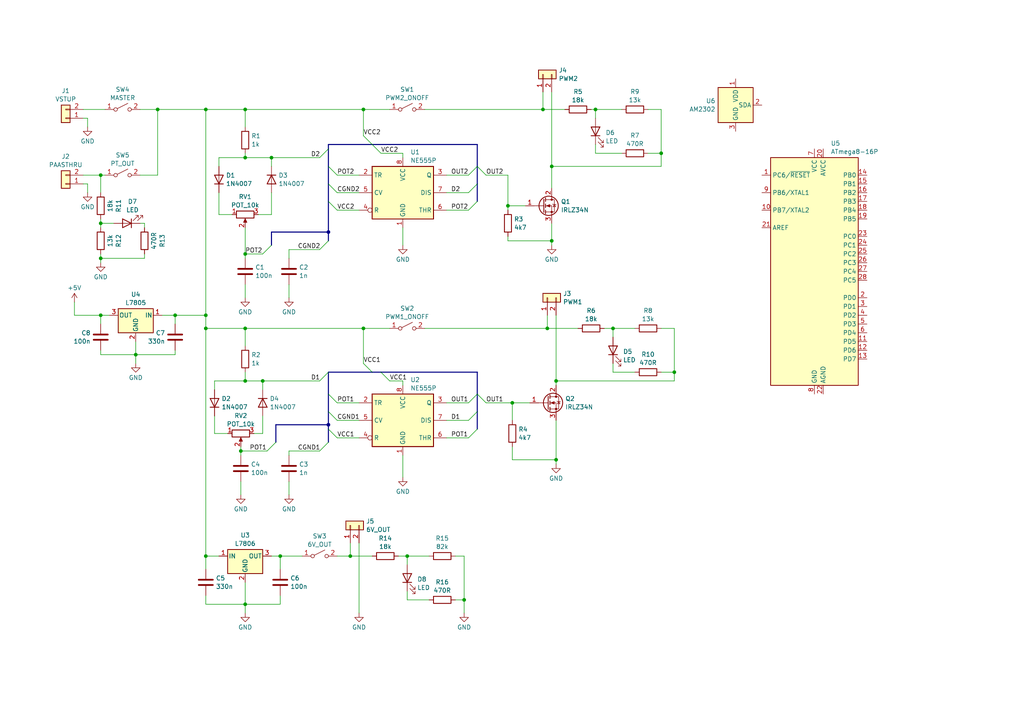
<source format=kicad_sch>
(kicad_sch (version 20230121) (generator eeschema)
  (paper "A4")
  (lib_symbols
    (symbol "Connector_Generic:Conn_01x02" (pin_names (offset 1.016) hide)
      (property "Reference" "J" (at 0 2.54 0))
      (property "Value" "Conn_01x02" (at 0 -5.08 0))
      (symbol "Conn_01x02_1_1"
        (rectangle (start -1.27 -2.413) (end 0 -2.667) (stroke (width 0.1524)))
        (rectangle (start -1.27 0.127) (end 0 -0.127) (stroke (width 0.1524)))
        (rectangle (start -1.27 1.27) (end 1.27 -3.81) (stroke (width 0.254)) (fill (type background)))
        (pin passive line (at -5.08 0 0) (length 3.81) (name "Pin_1") (number "1"))
        (pin passive line (at -5.08 -2.54 0) (length 3.81) (name "Pin_2") (number "2"))
      )
    )
    (symbol "Device:C" (pin_numbers hide) (pin_names (offset 0.254))
      (property "Reference" "C" (at 0.635 2.54 0))
      (property "Value" "C" (at 0.635 -2.54 0))
      (symbol "C_0_1"
        (polyline (pts (xy -2.032 -0.762) (xy 2.032 -0.762)) (stroke (width 0.508)))
        (polyline (pts (xy -2.032 0.762) (xy 2.032 0.762)) (stroke (width 0.508)))
      )
      (symbol "C_1_1"
        (pin passive line (at 0 3.81 270) (length 2.794) (name "~") (number "1"))
        (pin passive line (at 0 -3.81 90) (length 2.794) (name "~") (number "2"))
      )
    )
    (symbol "Device:LED" (pin_numbers hide) (pin_names (offset 1.016) hide)
      (property "Reference" "D" (at 0 2.54 0))
      (property "Value" "LED" (at 0 -2.54 0))
      (symbol "LED_0_1"
        (polyline (pts (xy -1.27 -1.27) (xy -1.27 1.27)) (stroke (width 0.254)))
        (polyline (pts (xy -1.27 0) (xy 1.27 0)))
        (polyline (pts (xy 1.27 -1.27) (xy 1.27 1.27) (xy -1.27 0) (xy 1.27 -1.27)) (stroke (width 0.254)))
        (polyline (pts (xy -3.048 -0.762) (xy -4.572 -2.286) (xy -3.81 -2.286) (xy -4.572 -2.286) (xy -4.572 -1.524)))
        (polyline (pts (xy -1.778 -0.762) (xy -3.302 -2.286) (xy -2.54 -2.286) (xy -3.302 -2.286) (xy -3.302 -1.524)))
      )
      (symbol "LED_1_1"
        (pin passive line (at -3.81 0 0) (length 2.54) (name "K") (number "1"))
        (pin passive line (at 3.81 0 180) (length 2.54) (name "A") (number "2"))
      )
    )
    (symbol "Device:R" (pin_numbers hide) (pin_names (offset 0))
      (property "Reference" "R" (at 2.032 0 90))
      (property "Value" "R" (at 0 0 90))
      (symbol "R_0_1"
        (rectangle (start -1.016 -2.54) (end 1.016 2.54) (stroke (width 0.254)))
      )
      (symbol "R_1_1"
        (pin passive line (at 0 3.81 270) (length 1.27) (name "~") (number "1"))
        (pin passive line (at 0 -3.81 90) (length 1.27) (name "~") (number "2"))
      )
    )
    (symbol "Device:R_Potentiometer" (pin_names (offset 1.016) hide)
      (property "Reference" "RV" (at -4.445 0 90))
      (property "Value" "R_Potentiometer" (at -2.54 0 90))
      (symbol "R_Potentiometer_0_1"
        (polyline (pts (xy 2.54 0) (xy 1.524 0)))
        (polyline (pts (xy 1.143 0) (xy 2.286 0.508) (xy 2.286 -0.508) (xy 1.143 0)) (fill (type outline)))
        (rectangle (start 1.016 2.54) (end -1.016 -2.54) (stroke (width 0.254)))
      )
      (symbol "R_Potentiometer_1_1"
        (pin passive line (at 0 3.81 270) (length 1.27) (name "1") (number "1"))
        (pin passive line (at 3.81 0 180) (length 1.27) (name "2") (number "2"))
        (pin passive line (at 0 -3.81 90) (length 1.27) (name "3") (number "3"))
      )
    )
    (symbol "Diode:1N4007" (pin_numbers hide) (pin_names hide)
      (property "Reference" "D" (at 0 2.54 0))
      (property "Value" "1N4007" (at 0 -2.54 0))
      (symbol "1N4007_0_1"
        (polyline (pts (xy -1.27 1.27) (xy -1.27 -1.27)) (stroke (width 0.254)))
        (polyline (pts (xy 1.27 0) (xy -1.27 0)))
        (polyline (pts (xy 1.27 1.27) (xy 1.27 -1.27) (xy -1.27 0) (xy 1.27 1.27)) (stroke (width 0.254)))
      )
      (symbol "1N4007_1_1"
        (pin passive line (at -3.81 0 0) (length 2.54) (name "K") (number "1"))
        (pin passive line (at 3.81 0 180) (length 2.54) (name "A") (number "2"))
      )
    )
    (symbol "MCU_Microchip_ATmega:ATmega8-16P"
      (property "Reference" "U" (at -12.7 34.29 0))
      (property "Value" "ATmega8-16P" (at 5.08 -34.29 0))
      (symbol "ATmega8-16P_0_1"
        (rectangle (start -12.7 -33.02) (end 12.7 33.02) (stroke (width 0.254)) (fill (type background)))
      )
      (symbol "ATmega8-16P_1_1"
        (pin bidirectional line (at -15.24 27.94 0) (length 2.54) (name "PC6/~{RESET}") (number "1"))
        (pin bidirectional line (at -15.24 17.78 0) (length 2.54) (name "PB7/XTAL2") (number "10"))
        (pin bidirectional line (at 15.24 -20.32 180) (length 2.54) (name "PD5") (number "11"))
        (pin bidirectional line (at 15.24 -22.86 180) (length 2.54) (name "PD6") (number "12"))
        (pin bidirectional line (at 15.24 -25.4 180) (length 2.54) (name "PD7") (number "13"))
        (pin bidirectional line (at 15.24 27.94 180) (length 2.54) (name "PB0") (number "14"))
        (pin bidirectional line (at 15.24 25.4 180) (length 2.54) (name "PB1") (number "15"))
        (pin bidirectional line (at 15.24 22.86 180) (length 2.54) (name "PB2") (number "16"))
        (pin bidirectional line (at 15.24 20.32 180) (length 2.54) (name "PB3") (number "17"))
        (pin bidirectional line (at 15.24 17.78 180) (length 2.54) (name "PB4") (number "18"))
        (pin bidirectional line (at 15.24 15.24 180) (length 2.54) (name "PB5") (number "19"))
        (pin bidirectional line (at 15.24 -7.62 180) (length 2.54) (name "PD0") (number "2"))
        (pin power_in line (at 2.54 35.56 270) (length 2.54) (name "AVCC") (number "20"))
        (pin passive line (at -15.24 12.7 0) (length 2.54) (name "AREF") (number "21"))
        (pin power_in line (at 2.54 -35.56 90) (length 2.54) (name "AGND") (number "22"))
        (pin bidirectional line (at 15.24 10.16 180) (length 2.54) (name "PC0") (number "23"))
        (pin bidirectional line (at 15.24 7.62 180) (length 2.54) (name "PC1") (number "24"))
        (pin bidirectional line (at 15.24 5.08 180) (length 2.54) (name "PC2") (number "25"))
        (pin bidirectional line (at 15.24 2.54 180) (length 2.54) (name "PC3") (number "26"))
        (pin bidirectional line (at 15.24 0 180) (length 2.54) (name "PC4") (number "27"))
        (pin bidirectional line (at 15.24 -2.54 180) (length 2.54) (name "PC5") (number "28"))
        (pin bidirectional line (at 15.24 -10.16 180) (length 2.54) (name "PD1") (number "3"))
        (pin bidirectional line (at 15.24 -12.7 180) (length 2.54) (name "PD2") (number "4"))
        (pin bidirectional line (at 15.24 -15.24 180) (length 2.54) (name "PD3") (number "5"))
        (pin bidirectional line (at 15.24 -17.78 180) (length 2.54) (name "PD4") (number "6"))
        (pin power_in line (at 0 35.56 270) (length 2.54) (name "VCC") (number "7"))
        (pin power_in line (at 0 -35.56 90) (length 2.54) (name "GND") (number "8"))
        (pin bidirectional line (at -15.24 22.86 0) (length 2.54) (name "PB6/XTAL1") (number "9"))
      )
    )
    (symbol "Regulator_Linear:L7805" (pin_names (offset 0.254))
      (property "Reference" "U" (at -3.81 3.175 0))
      (property "Value" "L7805" (at 0 3.175 0))
      (symbol "L7805_0_1"
        (rectangle (start -5.08 1.905) (end 5.08 -5.08) (stroke (width 0.254)) (fill (type background)))
      )
      (symbol "L7805_1_1"
        (pin power_in line (at -7.62 0 0) (length 2.54) (name "IN") (number "1"))
        (pin power_in line (at 0 -7.62 90) (length 2.54) (name "GND") (number "2"))
        (pin power_out line (at 7.62 0 180) (length 2.54) (name "OUT") (number "3"))
      )
    )
    (symbol "Regulator_Linear:L7806" (pin_names (offset 0.254))
      (property "Reference" "U" (at -3.81 3.175 0))
      (property "Value" "L7806" (at 0 3.175 0))
      (symbol "L7806_0_1"
        (rectangle (start -5.08 1.905) (end 5.08 -5.08) (stroke (width 0.254)) (fill (type background)))
      )
      (symbol "L7806_1_1"
        (pin power_in line (at -7.62 0 0) (length 2.54) (name "IN") (number "1"))
        (pin power_in line (at 0 -7.62 90) (length 2.54) (name "GND") (number "2"))
        (pin power_out line (at 7.62 0 180) (length 2.54) (name "OUT") (number "3"))
      )
    )
    (symbol "Sensor:AM2302"
      (property "Reference" "U" (at -3.81 6.35 0))
      (property "Value" "AM2302" (at 3.81 6.35 0))
      (symbol "AM2302_0_1"
        (rectangle (start -5.08 5.08) (end 5.08 -5.08) (stroke (width 0.254)) (fill (type background)))
      )
      (symbol "AM2302_1_1"
        (pin power_in line (at 0 7.62 270) (length 2.54) (name "VDD") (number "1"))
        (pin bidirectional line (at 7.62 0 180) (length 2.54) (name "SDA") (number "2"))
        (pin power_in line (at 0 -7.62 90) (length 2.54) (name "GND") (number "3"))
        (pin passive line (at 0 -7.62 90) (length 2.54) hide (name "GND") (number "4"))
      )
    )
    (symbol "Switch:SW_SPST" (pin_names (offset 0) hide)
      (property "Reference" "SW" (at 0 3.175 0))
      (property "Value" "SW_SPST" (at 0 -2.54 0))
      (symbol "SW_SPST_0_0"
        (circle (center -2.032 0) (radius 0.508))
        (polyline (pts (xy -1.524 0.254) (xy 1.524 1.778)))
        (circle (center 2.032 0) (radius 0.508))
      )
      (symbol "SW_SPST_1_1"
        (pin passive line (at -5.08 0 0) (length 2.54) (name "A") (number "1"))
        (pin passive line (at 5.08 0 180) (length 2.54) (name "B") (number "2"))
      )
    )
    (symbol "Timer:NE555P"
      (property "Reference" "U" (at -10.16 8.89 0))
      (property "Value" "NE555P" (at 2.54 8.89 0))
      (symbol "NE555P_0_0"
        (pin power_in line (at 0 -10.16 90) (length 2.54) (name "GND") (number "1"))
        (pin power_in line (at 0 10.16 270) (length 2.54) (name "VCC") (number "8"))
      )
      (symbol "NE555P_0_1"
        (rectangle (start -8.89 -7.62) (end 8.89 7.62) (stroke (width 0.254)) (fill (type background)))
        (rectangle (start -8.89 -7.62) (end 8.89 7.62) (stroke (width 0.254)) (fill (type background)))
      )
      (symbol "NE555P_1_1"
        (pin input line (at -12.7 5.08 0) (length 3.81) (name "TR") (number "2"))
        (pin output line (at 12.7 5.08 180) (length 3.81) (name "Q") (number "3"))
        (pin input inverted (at -12.7 -5.08 0) (length 3.81) (name "R") (number "4"))
        (pin input line (at -12.7 0 0) (length 3.81) (name "CV") (number "5"))
        (pin input line (at 12.7 -5.08 180) (length 3.81) (name "THR") (number "6"))
        (pin input line (at 12.7 0 180) (length 3.81) (name "DIS") (number "7"))
      )
    )
    (symbol "Transistor_FET:IRLZ34N" (pin_names hide)
      (property "Reference" "Q" (at 5.08 1.905 0))
      (property "Value" "IRLZ34N" (at 5.08 0 0))
      (symbol "IRLZ34N_0_1"
        (polyline (pts (xy 0.254 0) (xy -2.54 0)))
        (polyline (pts (xy 0.254 1.905) (xy 0.254 -1.905)) (stroke (width 0.254)))
        (polyline (pts (xy 0.762 -1.27) (xy 0.762 -2.286)) (stroke (width 0.254)))
        (polyline (pts (xy 0.762 0.508) (xy 0.762 -0.508)) (stroke (width 0.254)))
        (polyline (pts (xy 0.762 2.286) (xy 0.762 1.27)) (stroke (width 0.254)))
        (polyline (pts (xy 2.54 2.54) (xy 2.54 1.778)))
        (polyline (pts (xy 2.54 -2.54) (xy 2.54 0) (xy 0.762 0)))
        (polyline (pts (xy 0.762 -1.778) (xy 3.302 -1.778) (xy 3.302 1.778) (xy 0.762 1.778)))
        (polyline (pts (xy 1.016 0) (xy 2.032 0.381) (xy 2.032 -0.381) (xy 1.016 0)) (fill (type outline)))
        (polyline (pts (xy 2.794 0.508) (xy 2.921 0.381) (xy 3.683 0.381) (xy 3.81 0.254)))
        (polyline (pts (xy 3.302 0.381) (xy 2.921 -0.254) (xy 3.683 -0.254) (xy 3.302 0.381)))
        (circle (center 1.651 0) (radius 2.794) (stroke (width 0.254)))
        (circle (center 2.54 -1.778) (radius 0.254) (fill (type outline)))
        (circle (center 2.54 1.778) (radius 0.254) (fill (type outline)))
      )
      (symbol "IRLZ34N_1_1"
        (pin input line (at -5.08 0 0) (length 2.54) (name "G") (number "1"))
        (pin passive line (at 2.54 5.08 270) (length 2.54) (name "D") (number "2"))
        (pin passive line (at 2.54 -5.08 90) (length 2.54) (name "S") (number "3"))
      )
    )
    (symbol "power:+5V" (power) (pin_names (offset 0))
      (property "Value" "+5V" (at 0 3.556 0))
      (symbol "+5V_0_1"
        (polyline (pts (xy -0.762 1.27) (xy 0 2.54)))
        (polyline (pts (xy 0 0) (xy 0 2.54)))
        (polyline (pts (xy 0 2.54) (xy 0.762 1.27)))
      )
      (symbol "+5V_1_1"
        (pin power_in line (at 0 0 90) (length 0) hide (name "+5V") (number "1"))
      )
    )
    (symbol "power:GND" (power) (pin_names (offset 0))
      (property "Value" "GND" (at 0 -3.81 0))
      (symbol "GND_0_1"
        (polyline (pts (xy 0 0) (xy 0 -1.27) (xy 1.27 -1.27) (xy 0 -2.54) (xy -1.27 -1.27) (xy 0 -1.27)))
      )
      (symbol "GND_1_1"
        (pin power_in line (at 0 0 270) (length 0) hide (name "GND") (number "1"))
      )
    )
  )
  (junction (at 71.12 95.25))
  (junction (at 29.21 91.44))
  (junction (at 147.32 59.69))
  (junction (at 95.25 67.31))
  (junction (at 29.21 64.77))
  (junction (at 172.72 31.75))
  (junction (at 71.12 175.26))
  (junction (at 59.69 161.29))
  (junction (at 118.11 161.29))
  (junction (at 78.74 45.72))
  (junction (at 29.21 50.8))
  (junction (at 160.02 48.26))
  (junction (at 95.25 123.19))
  (junction (at 59.69 91.44))
  (junction (at 158.75 95.25))
  (junction (at 76.2 110.49))
  (junction (at 134.62 173.99))
  (junction (at 59.69 31.75))
  (junction (at 101.6 161.29))
  (junction (at 50.8 91.44))
  (junction (at 161.29 133.35))
  (junction (at 71.12 45.72))
  (junction (at 59.69 95.25))
  (junction (at 71.12 110.49))
  (junction (at 105.41 31.75))
  (junction (at 71.12 31.75))
  (junction (at 69.85 130.81))
  (junction (at 161.29 110.49))
  (junction (at 177.8 95.25))
  (junction (at 195.58 107.95))
  (junction (at 160.02 69.85))
  (junction (at 29.21 74.93))
  (junction (at 157.48 31.75))
  (junction (at 71.12 73.66))
  (junction (at 191.77 44.45))
  (junction (at 81.28 161.29))
  (junction (at 105.41 95.25))
  (junction (at 148.59 116.84))
  (junction (at 39.37 102.87))
  (junction (at 45.72 31.75))
  (bus_entry (at 135.89 50.8) (size 2.54 -2.54))
  (bus_entry (at 135.89 55.88) (size 2.54 -2.54))
  (bus_entry (at 92.71 110.49) (size 2.54 -2.54))
  (bus_entry (at 92.71 130.81) (size 2.54 -2.54))
  (bus_entry (at 95.25 48.26) (size 2.54 2.54))
  (bus_entry (at 76.2 73.66) (size 2.54 -2.54))
  (bus_entry (at 105.41 105.41) (size 2.54 2.54))
  (bus_entry (at 107.95 41.91) (size 2.54 2.54))
  (bus_entry (at 135.89 60.96) (size 2.54 -2.54))
  (bus_entry (at 95.25 114.3) (size 2.54 2.54))
  (bus_entry (at 95.25 124.46) (size 2.54 2.54))
  (bus_entry (at 92.71 72.39) (size 2.54 -2.54))
  (bus_entry (at 135.89 127) (size 2.54 -2.54))
  (bus_entry (at 110.49 107.95) (size 2.54 2.54))
  (bus_entry (at 95.25 119.38) (size 2.54 2.54))
  (bus_entry (at 138.43 114.3) (size 2.54 2.54))
  (bus_entry (at 135.89 116.84) (size 2.54 -2.54))
  (bus_entry (at 77.47 130.81) (size 2.54 -2.54))
  (bus_entry (at 92.71 45.72) (size 2.54 -2.54))
  (bus_entry (at 105.41 39.37) (size 2.54 2.54))
  (bus_entry (at 95.25 53.34) (size 2.54 2.54))
  (bus_entry (at 138.43 48.26) (size 2.54 2.54))
  (bus_entry (at 95.25 58.42) (size 2.54 2.54))
  (bus_entry (at 135.89 121.92) (size 2.54 -2.54))
  (wire (pts (xy 105.41 95.25) (xy 105.41 105.41)))
  (wire (pts (xy 24.13 53.34) (xy 25.4 53.34)))
  (wire (pts (xy 97.79 50.8) (xy 104.14 50.8)))
  (wire (pts (xy 69.85 129.54) (xy 69.85 130.81)))
  (wire (pts (xy 81.28 175.26) (xy 81.28 172.72)))
  (wire (pts (xy 83.82 72.39) (xy 83.82 74.93)))
  (wire (pts (xy 161.29 133.35) (xy 161.29 134.62)))
  (bus (pts (xy 95.25 53.34) (xy 95.25 48.26)))
  (wire (pts (xy 71.12 36.83) (xy 71.12 31.75)))
  (wire (pts (xy 177.8 107.95) (xy 177.8 105.41)))
  (wire (pts (xy 63.5 45.72) (xy 71.12 45.72)))
  (wire (pts (xy 29.21 50.8) (xy 30.48 50.8)))
  (wire (pts (xy 81.28 161.29) (xy 87.63 161.29)))
  (wire (pts (xy 177.8 95.25) (xy 177.8 97.79)))
  (wire (pts (xy 172.72 31.75) (xy 172.72 34.29)))
  (wire (pts (xy 172.72 31.75) (xy 180.34 31.75)))
  (bus (pts (xy 95.25 114.3) (xy 95.25 107.95)))
  (bus (pts (xy 138.43 107.95) (xy 138.43 114.3)))
  (wire (pts (xy 71.12 44.45) (xy 71.12 45.72)))
  (wire (pts (xy 76.2 125.73) (xy 76.2 120.65)))
  (wire (pts (xy 71.12 100.33) (xy 71.12 95.25)))
  (wire (pts (xy 71.12 66.04) (xy 71.12 73.66)))
  (bus (pts (xy 107.95 41.91) (xy 138.43 41.91)))
  (wire (pts (xy 160.02 69.85) (xy 160.02 71.12)))
  (wire (pts (xy 158.75 95.25) (xy 167.64 95.25)))
  (wire (pts (xy 160.02 69.85) (xy 160.02 64.77)))
  (wire (pts (xy 129.54 121.92) (xy 135.89 121.92)))
  (bus (pts (xy 95.25 58.42) (xy 95.25 67.31)))
  (bus (pts (xy 95.25 41.91) (xy 107.95 41.91)))
  (wire (pts (xy 148.59 116.84) (xy 153.67 116.84)))
  (wire (pts (xy 59.69 95.25) (xy 71.12 95.25)))
  (wire (pts (xy 157.48 31.75) (xy 163.83 31.75)))
  (wire (pts (xy 157.48 31.75) (xy 157.48 26.67)))
  (wire (pts (xy 92.71 72.39) (xy 83.82 72.39)))
  (wire (pts (xy 97.79 161.29) (xy 101.6 161.29)))
  (wire (pts (xy 40.64 50.8) (xy 45.72 50.8)))
  (wire (pts (xy 29.21 102.87) (xy 29.21 101.6)))
  (bus (pts (xy 80.01 123.19) (xy 80.01 128.27)))
  (wire (pts (xy 140.97 50.8) (xy 147.32 50.8)))
  (wire (pts (xy 63.5 48.26) (xy 63.5 45.72)))
  (wire (pts (xy 59.69 175.26) (xy 71.12 175.26)))
  (wire (pts (xy 134.62 173.99) (xy 134.62 177.8)))
  (wire (pts (xy 113.03 110.49) (xy 116.84 110.49)))
  (wire (pts (xy 124.46 173.99) (xy 118.11 173.99)))
  (wire (pts (xy 175.26 95.25) (xy 177.8 95.25)))
  (wire (pts (xy 29.21 64.77) (xy 29.21 66.04)))
  (wire (pts (xy 184.15 107.95) (xy 177.8 107.95)))
  (wire (pts (xy 59.69 161.29) (xy 59.69 165.1)))
  (wire (pts (xy 118.11 173.99) (xy 118.11 171.45)))
  (wire (pts (xy 62.23 125.73) (xy 66.04 125.73)))
  (wire (pts (xy 191.77 48.26) (xy 160.02 48.26)))
  (wire (pts (xy 147.32 59.69) (xy 152.4 59.69)))
  (wire (pts (xy 24.13 50.8) (xy 29.21 50.8)))
  (wire (pts (xy 140.97 116.84) (xy 148.59 116.84)))
  (wire (pts (xy 71.12 73.66) (xy 76.2 73.66)))
  (wire (pts (xy 78.74 161.29) (xy 81.28 161.29)))
  (wire (pts (xy 39.37 102.87) (xy 50.8 102.87)))
  (bus (pts (xy 138.43 119.38) (xy 138.43 124.46)))
  (wire (pts (xy 172.72 44.45) (xy 180.34 44.45)))
  (wire (pts (xy 76.2 110.49) (xy 76.2 113.03)))
  (wire (pts (xy 69.85 130.81) (xy 69.85 132.08)))
  (bus (pts (xy 138.43 48.26) (xy 138.43 53.34)))
  (wire (pts (xy 147.32 50.8) (xy 147.32 59.69)))
  (wire (pts (xy 81.28 161.29) (xy 81.28 165.1)))
  (wire (pts (xy 129.54 127) (xy 135.89 127)))
  (bus (pts (xy 95.25 48.26) (xy 95.25 43.18)))
  (wire (pts (xy 195.58 95.25) (xy 191.77 95.25)))
  (wire (pts (xy 101.6 161.29) (xy 101.6 157.48)))
  (wire (pts (xy 134.62 161.29) (xy 134.62 173.99)))
  (wire (pts (xy 97.79 116.84) (xy 104.14 116.84)))
  (wire (pts (xy 148.59 116.84) (xy 148.59 121.92)))
  (wire (pts (xy 74.93 62.23) (xy 78.74 62.23)))
  (wire (pts (xy 59.69 31.75) (xy 71.12 31.75)))
  (wire (pts (xy 71.12 107.95) (xy 71.12 110.49)))
  (bus (pts (xy 107.95 107.95) (xy 110.49 107.95)))
  (wire (pts (xy 116.84 132.08) (xy 116.84 138.43)))
  (wire (pts (xy 41.91 64.77) (xy 41.91 66.04)))
  (bus (pts (xy 95.25 43.18) (xy 95.25 41.91)))
  (wire (pts (xy 148.59 133.35) (xy 161.29 133.35)))
  (bus (pts (xy 95.25 119.38) (xy 95.25 114.3)))
  (wire (pts (xy 45.72 50.8) (xy 45.72 31.75)))
  (wire (pts (xy 29.21 91.44) (xy 29.21 93.98)))
  (bus (pts (xy 110.49 107.95) (xy 138.43 107.95)))
  (wire (pts (xy 71.12 175.26) (xy 71.12 177.8)))
  (wire (pts (xy 177.8 95.25) (xy 184.15 95.25)))
  (wire (pts (xy 115.57 161.29) (xy 118.11 161.29)))
  (wire (pts (xy 116.84 111.76) (xy 116.84 110.49)))
  (wire (pts (xy 158.75 95.25) (xy 158.75 91.44)))
  (bus (pts (xy 95.25 107.95) (xy 107.95 107.95)))
  (wire (pts (xy 29.21 73.66) (xy 29.21 74.93)))
  (wire (pts (xy 101.6 161.29) (xy 107.95 161.29)))
  (wire (pts (xy 83.82 139.7) (xy 83.82 143.51)))
  (wire (pts (xy 63.5 55.88) (xy 63.5 62.23)))
  (wire (pts (xy 191.77 44.45) (xy 191.77 48.26)))
  (wire (pts (xy 50.8 102.87) (xy 50.8 101.6)))
  (wire (pts (xy 29.21 50.8) (xy 29.21 55.88)))
  (wire (pts (xy 25.4 53.34) (xy 25.4 55.88)))
  (wire (pts (xy 147.32 68.58) (xy 147.32 69.85)))
  (wire (pts (xy 161.29 91.44) (xy 161.29 110.49)))
  (wire (pts (xy 71.12 168.91) (xy 71.12 175.26)))
  (bus (pts (xy 78.74 67.31) (xy 95.25 67.31)))
  (wire (pts (xy 116.84 44.45) (xy 116.84 45.72)))
  (wire (pts (xy 63.5 62.23) (xy 67.31 62.23)))
  (wire (pts (xy 59.69 91.44) (xy 59.69 95.25)))
  (wire (pts (xy 129.54 50.8) (xy 135.89 50.8)))
  (wire (pts (xy 105.41 31.75) (xy 113.03 31.75)))
  (wire (pts (xy 69.85 130.81) (xy 77.47 130.81)))
  (wire (pts (xy 148.59 129.54) (xy 148.59 133.35)))
  (wire (pts (xy 118.11 161.29) (xy 124.46 161.29)))
  (wire (pts (xy 160.02 26.67) (xy 160.02 48.26)))
  (wire (pts (xy 71.12 73.66) (xy 71.12 74.93)))
  (wire (pts (xy 59.69 95.25) (xy 59.69 161.29)))
  (bus (pts (xy 95.25 58.42) (xy 95.25 53.34)))
  (wire (pts (xy 78.74 45.72) (xy 92.71 45.72)))
  (wire (pts (xy 161.29 110.49) (xy 195.58 110.49)))
  (wire (pts (xy 78.74 62.23) (xy 78.74 55.88)))
  (wire (pts (xy 39.37 102.87) (xy 29.21 102.87)))
  (wire (pts (xy 62.23 120.65) (xy 62.23 125.73)))
  (wire (pts (xy 97.79 121.92) (xy 104.14 121.92)))
  (wire (pts (xy 161.29 121.92) (xy 161.29 133.35)))
  (wire (pts (xy 63.5 161.29) (xy 59.69 161.29)))
  (wire (pts (xy 39.37 99.06) (xy 39.37 102.87)))
  (wire (pts (xy 24.13 31.75) (xy 30.48 31.75)))
  (wire (pts (xy 191.77 31.75) (xy 191.77 44.45)))
  (wire (pts (xy 132.08 161.29) (xy 134.62 161.29)))
  (wire (pts (xy 24.13 34.29) (xy 25.4 34.29)))
  (bus (pts (xy 95.25 124.46) (xy 95.25 123.19)))
  (wire (pts (xy 195.58 110.49) (xy 195.58 107.95)))
  (bus (pts (xy 138.43 53.34) (xy 138.43 58.42)))
  (wire (pts (xy 83.82 130.81) (xy 92.71 130.81)))
  (wire (pts (xy 147.32 59.69) (xy 147.32 60.96)))
  (wire (pts (xy 105.41 95.25) (xy 113.03 95.25)))
  (wire (pts (xy 110.49 44.45) (xy 116.84 44.45)))
  (wire (pts (xy 59.69 31.75) (xy 59.69 91.44)))
  (wire (pts (xy 31.75 91.44) (xy 29.21 91.44)))
  (wire (pts (xy 129.54 55.88) (xy 135.89 55.88)))
  (wire (pts (xy 105.41 31.75) (xy 105.41 39.37)))
  (wire (pts (xy 71.12 31.75) (xy 105.41 31.75)))
  (wire (pts (xy 46.99 91.44) (xy 50.8 91.44)))
  (bus (pts (xy 138.43 41.91) (xy 138.43 48.26)))
  (bus (pts (xy 95.25 67.31) (xy 95.25 69.85)))
  (wire (pts (xy 161.29 110.49) (xy 161.29 111.76)))
  (wire (pts (xy 191.77 107.95) (xy 195.58 107.95)))
  (wire (pts (xy 21.59 91.44) (xy 21.59 87.63)))
  (wire (pts (xy 123.19 31.75) (xy 157.48 31.75)))
  (wire (pts (xy 45.72 31.75) (xy 59.69 31.75)))
  (wire (pts (xy 73.66 125.73) (xy 76.2 125.73)))
  (wire (pts (xy 71.12 110.49) (xy 76.2 110.49)))
  (wire (pts (xy 71.12 95.25) (xy 105.41 95.25)))
  (bus (pts (xy 78.74 71.12) (xy 78.74 67.31)))
  (wire (pts (xy 25.4 34.29) (xy 25.4 36.83)))
  (wire (pts (xy 45.72 31.75) (xy 40.64 31.75)))
  (wire (pts (xy 83.82 82.55) (xy 83.82 86.36)))
  (wire (pts (xy 116.84 66.04) (xy 116.84 71.12)))
  (wire (pts (xy 62.23 113.03) (xy 62.23 110.49)))
  (bus (pts (xy 95.25 124.46) (xy 95.25 128.27)))
  (wire (pts (xy 187.96 31.75) (xy 191.77 31.75)))
  (wire (pts (xy 50.8 91.44) (xy 50.8 93.98)))
  (wire (pts (xy 118.11 161.29) (xy 118.11 163.83)))
  (wire (pts (xy 83.82 132.08) (xy 83.82 130.81)))
  (wire (pts (xy 104.14 157.48) (xy 104.14 177.8)))
  (wire (pts (xy 29.21 64.77) (xy 33.02 64.77)))
  (wire (pts (xy 71.12 175.26) (xy 81.28 175.26)))
  (wire (pts (xy 41.91 74.93) (xy 29.21 74.93)))
  (wire (pts (xy 172.72 41.91) (xy 172.72 44.45)))
  (wire (pts (xy 39.37 102.87) (xy 39.37 105.41)))
  (wire (pts (xy 191.77 44.45) (xy 187.96 44.45)))
  (wire (pts (xy 59.69 172.72) (xy 59.69 175.26)))
  (bus (pts (xy 95.25 123.19) (xy 95.25 119.38)))
  (wire (pts (xy 97.79 127) (xy 104.14 127)))
  (wire (pts (xy 97.79 55.88) (xy 104.14 55.88)))
  (wire (pts (xy 147.32 69.85) (xy 160.02 69.85)))
  (wire (pts (xy 160.02 48.26) (xy 160.02 54.61)))
  (wire (pts (xy 29.21 91.44) (xy 21.59 91.44)))
  (wire (pts (xy 129.54 116.84) (xy 135.89 116.84)))
  (wire (pts (xy 195.58 107.95) (xy 195.58 95.25)))
  (wire (pts (xy 171.45 31.75) (xy 172.72 31.75)))
  (bus (pts (xy 138.43 114.3) (xy 138.43 119.38)))
  (wire (pts (xy 69.85 139.7) (xy 69.85 143.51)))
  (wire (pts (xy 29.21 63.5) (xy 29.21 64.77)))
  (wire (pts (xy 41.91 73.66) (xy 41.91 74.93)))
  (wire (pts (xy 78.74 45.72) (xy 78.74 48.26)))
  (wire (pts (xy 129.54 60.96) (xy 135.89 60.96)))
  (wire (pts (xy 50.8 91.44) (xy 59.69 91.44)))
  (wire (pts (xy 97.79 60.96) (xy 104.14 60.96)))
  (wire (pts (xy 132.08 173.99) (xy 134.62 173.99)))
  (bus (pts (xy 95.25 123.19) (xy 80.01 123.19)))
  (wire (pts (xy 62.23 110.49) (xy 71.12 110.49)))
  (wire (pts (xy 76.2 110.49) (xy 92.71 110.49)))
  (wire (pts (xy 123.19 95.25) (xy 158.75 95.25)))
  (wire (pts (xy 40.64 64.77) (xy 41.91 64.77)))
  (wire (pts (xy 29.21 74.93) (xy 29.21 76.2)))
  (wire (pts (xy 71.12 45.72) (xy 78.74 45.72)))
  (wire (pts (xy 71.12 82.55) (xy 71.12 86.36)))
  (label "CGND1" (at 86.36 130.81 0))
  (label "POT2" (at 130.81 60.96 0))
  (label "VCC2" (at 110.49 44.45 0))
  (label "VCC1" (at 113.03 110.49 0))
  (label "POT1" (at 130.81 127 0))
  (label "OUT2" (at 140.97 50.8 0))
  (label "VCC2" (at 97.79 60.96 0))
  (label "VCC1" (at 105.41 105.41 0))
  (label "OUT1" (at 130.81 116.84 0))
  (label "OUT2" (at 130.81 50.8 0))
  (label "D2" (at 130.81 55.88 0))
  (label "D1" (at 130.81 121.92 0))
  (label "VCC1" (at 97.79 127 0))
  (label "POT1" (at 97.79 116.84 0))
  (label "CGND2" (at 97.79 55.88 0))
  (label "D2" (at 90.17 45.72 0))
  (label "POT2" (at 71.12 73.66 0))
  (label "D1" (at 90.17 110.49 0))
  (label "CGND2" (at 86.36 72.39 0))
  (label "CGND1" (at 97.79 121.92 0))
  (label "POT2" (at 97.79 50.8 0))
  (label "OUT1" (at 140.97 116.84 0))
  (label "POT1" (at 72.39 130.81 0))
  (label "VCC2" (at 105.41 39.37 0))
  (symbol (lib_id "Device:R") (at 71.12 104.14 0) (unit 1)
    (property "Reference" "R2" (at 72.898 102.9279 0) (effects (justify left)))
    (property "Value" "1k" (at 72.898 105.3521 0) (effects (justify left)))
    (property "Footprint" "Resistor_THT:R_Axial_DIN0309_L9.0mm_D3.2mm_P12.70mm_Horizontal" (effects hide))
  )
  (symbol (lib_id "Device:C") (at 69.85 135.89 0) (unit 1)
    (property "Reference" "C4" (at 72.771 134.6779 0) (effects (justify left)))
    (property "Value" "100n" (at 72.771 137.1021 0) (effects (justify left)))
    (property "Footprint" "Capacitor_THT:C_Disc_D5.0mm_W2.5mm_P2.50mm" (effects hide))
  )
  (symbol (lib_id "Connector_Generic:Conn_01x02") (at 19.05 53.34 180) (unit 1)
    (property "Reference" "J2" (at 19.05 45.3857 0))
    (property "Value" "PAASTHRU" (at 19.05 47.8099 0))
    (property "Footprint" "Connector_PinHeader_2.54mm:PinHeader_1x02_P2.54mm_Vertical" (effects hide))
  )
  (symbol (lib_id "Device:R") (at 184.15 44.45 90) (unit 1)
    (property "Reference" "R7" (at 184.15 39.2897 90))
    (property "Value" "470R" (at 184.15 41.7139 90))
    (property "Footprint" "Resistor_THT:R_Axial_DIN0309_L9.0mm_D3.2mm_P12.70mm_Horizontal" (effects hide))
  )
  (symbol (lib_id "Diode:1N4007") (at 76.2 116.84 270) (unit 1)
    (property "Reference" "D4" (at 78.232 115.6279 90) (effects (justify left)))
    (property "Value" "1N4007" (at 78.232 118.0521 90) (effects (justify left)))
    (property "Footprint" "Diode_THT:D_DO-41_SOD81_P10.16mm_Horizontal" (effects hide))
    (property "Datasheet" "http://www.vishay.com/docs/88503/1n4001.pdf" (effects hide))
    (property "Sim.Device" "D" (effects hide))
    (property "Sim.Pins" "1=K 2=A" (effects hide))
  )
  (symbol (lib_id "Connector_Generic:Conn_01x02") (at 101.6 152.4 90) (unit 1)
    (property "Reference" "J5" (at 106.172 151.1879 90) (effects (justify right)))
    (property "Value" "6V_OUT" (at 106.172 153.6121 90) (effects (justify right)))
    (property "Footprint" "Connector_PinHeader_2.54mm:PinHeader_1x02_P2.54mm_Vertical" (effects hide))
  )
  (symbol (lib_id "Device:R_Potentiometer") (at 71.12 62.23 90) (mirror x) (unit 1)
    (property "Reference" "RV1" (at 71.12 57.0697 90))
    (property "Value" "POT_10k" (at 71.12 59.4939 90))
    (property "Footprint" "Connector_PinHeader_2.54mm:PinHeader_1x03_P2.54mm_Vertical" (effects hide))
  )
  (symbol (lib_id "power:GND") (at 69.85 143.51 0) (unit 1)
    (property "Reference" "#PWR04" (effects hide))
    (property "Value" "GND" (at 69.85 147.6431 0))
  )
  (symbol (lib_id "power:+5V") (at 21.59 87.63 0) (unit 1)
    (property "Reference" "#PWR016" (effects hide))
    (property "Value" "+5V" (at 21.59 83.4969 0))
  )
  (symbol (lib_id "Connector_Generic:Conn_01x02") (at 19.05 34.29 180) (unit 1)
    (property "Reference" "J1" (at 19.05 26.3357 0))
    (property "Value" "VSTUP" (at 19.05 28.7599 0))
    (property "Footprint" "Connector_PinHeader_2.54mm:PinHeader_1x02_P2.54mm_Vertical" (effects hide))
  )
  (symbol (lib_id "Device:C") (at 29.21 97.79 0) (mirror y) (unit 1)
    (property "Reference" "C8" (at 26.289 96.5779 0) (effects (justify left)))
    (property "Value" "100n" (at 26.289 99.0021 0) (effects (justify left)))
    (property "Footprint" "Capacitor_THT:C_Disc_D5.0mm_W2.5mm_P2.50mm" (effects hide))
  )
  (symbol (lib_id "Timer:NE555P") (at 116.84 55.88 0) (unit 1)
    (property "Reference" "U1" (at 119.0341 44.1157 0) (effects (justify left)))
    (property "Value" "NE555P" (at 119.0341 46.5399 0) (effects (justify left)))
    (property "Footprint" "Package_DIP:DIP-8_W7.62mm" (effects hide))
    (property "Datasheet" "http://www.ti.com/lit/ds/symlink/ne555.pdf" (effects hide))
  )
  (symbol (lib_id "power:GND") (at 160.02 71.12 0) (unit 1)
    (property "Reference" "#PWR09" (effects hide))
    (property "Value" "GND" (at 160.02 75.2531 0))
  )
  (symbol (lib_id "Device:R_Potentiometer") (at 69.85 125.73 90) (mirror x) (unit 1)
    (property "Reference" "RV2" (at 69.85 120.5697 90))
    (property "Value" "POT_10k" (at 69.85 122.9939 90))
    (property "Footprint" "Connector_PinHeader_2.54mm:PinHeader_1x03_P2.54mm_Vertical" (effects hide))
  )
  (symbol (lib_id "Device:R") (at 184.15 31.75 90) (unit 1)
    (property "Reference" "R9" (at 184.15 26.5897 90))
    (property "Value" "13k" (at 184.15 29.0139 90))
    (property "Footprint" "Resistor_THT:R_Axial_DIN0309_L9.0mm_D3.2mm_P12.70mm_Horizontal" (effects hide))
  )
  (symbol (lib_id "power:GND") (at 39.37 105.41 0) (mirror y) (unit 1)
    (property "Reference" "#PWR015" (effects hide))
    (property "Value" "GND" (at 39.37 109.5431 0))
  )
  (symbol (lib_id "Device:R") (at 171.45 95.25 90) (unit 1)
    (property "Reference" "R6" (at 171.45 90.0897 90))
    (property "Value" "18k" (at 171.45 92.5139 90))
    (property "Footprint" "Resistor_THT:R_Axial_DIN0309_L9.0mm_D3.2mm_P12.70mm_Horizontal" (effects hide))
  )
  (symbol (lib_id "Switch:SW_SPST") (at 92.71 161.29 0) (unit 1)
    (property "Reference" "SW3" (at 92.71 155.4947 0))
    (property "Value" "6V_OUT" (at 92.71 157.9189 0))
    (property "Footprint" "Connector_PinHeader_2.54mm:PinHeader_1x02_P2.54mm_Vertical" (effects hide))
  )
  (symbol (lib_id "Regulator_Linear:L7806") (at 71.12 161.29 0) (unit 1)
    (property "Reference" "U3" (at 71.12 155.2407 0))
    (property "Value" "L7806" (at 71.12 157.6649 0))
    (property "Footprint" "Package_TO_SOT_THT:TO-220-3_Vertical" (effects hide))
    (property "Datasheet" "http://www.st.com/content/ccc/resource/technical/document/datasheet/41/4f/b3/b0/12/d4/47/88/CD00000444.pdf/files/CD00000444.pdf/jcr:content/translations/en.CD00000444.pdf" (effects hide))
  )
  (symbol (lib_id "Device:R") (at 128.27 173.99 270) (unit 1)
    (property "Reference" "R16" (at 128.27 168.8297 90))
    (property "Value" "470R" (at 128.27 171.2539 90))
    (property "Footprint" "Resistor_THT:R_Axial_DIN0309_L9.0mm_D3.2mm_P12.70mm_Horizontal" (effects hide))
  )
  (symbol (lib_id "Device:LED") (at 177.8 101.6 90) (unit 1)
    (property "Reference" "D5" (at 180.721 101.9754 90) (effects (justify right)))
    (property "Value" "LED" (at 180.721 104.3996 90) (effects (justify right)))
    (property "Footprint" "Connector_PinHeader_2.54mm:PinHeader_1x02_P2.54mm_Vertical" (effects hide))
  )
  (symbol (lib_id "Device:R") (at 147.32 64.77 0) (unit 1)
    (property "Reference" "R3" (at 149.098 63.5579 0) (effects (justify left)))
    (property "Value" "4k7" (at 149.098 65.9821 0) (effects (justify left)))
    (property "Footprint" "Resistor_THT:R_Axial_DIN0309_L9.0mm_D3.2mm_P12.70mm_Horizontal" (effects hide))
  )
  (symbol (lib_id "MCU_Microchip_ATmega:ATmega8-16P") (at 236.22 78.74 0) (unit 1)
    (property "Reference" "U5" (at 240.9541 41.5757 0) (effects (justify left)))
    (property "Value" "ATmega8-16P" (at 240.9541 43.9999 0) (effects (justify left)))
    (property "Footprint" "Package_DIP:DIP-28_W7.62mm" (effects hide))
    (property "Datasheet" "http://ww1.microchip.com/downloads/en/DeviceDoc/atmel-2486-8-bit-avr-microcontroller-atmega8_l_datasheet.pdf" (effects hide))
  )
  (symbol (lib_id "power:GND") (at 71.12 86.36 0) (unit 1)
    (property "Reference" "#PWR03" (effects hide))
    (property "Value" "GND" (at 71.12 90.4931 0))
  )
  (symbol (lib_id "Device:R") (at 41.91 69.85 0) (unit 1)
    (property "Reference" "R13" (at 47.0703 69.85 90))
    (property "Value" "470R" (at 44.6461 69.85 90))
    (property "Footprint" "Resistor_THT:R_Axial_DIN0309_L9.0mm_D3.2mm_P12.70mm_Horizontal" (effects hide))
  )
  (symbol (lib_id "Timer:NE555P") (at 116.84 121.92 0) (unit 1)
    (property "Reference" "U2" (at 119.0341 110.1557 0) (effects (justify left)))
    (property "Value" "NE555P" (at 119.0341 112.5799 0) (effects (justify left)))
    (property "Footprint" "Package_DIP:DIP-8_W7.62mm" (effects hide))
    (property "Datasheet" "http://www.ti.com/lit/ds/symlink/ne555.pdf" (effects hide))
  )
  (symbol (lib_id "Device:C") (at 50.8 97.79 0) (mirror y) (unit 1)
    (property "Reference" "C7" (at 47.879 96.5779 0) (effects (justify left)))
    (property "Value" "330n" (at 47.879 99.0021 0) (effects (justify left)))
    (property "Footprint" "Capacitor_THT:C_Disc_D5.0mm_W2.5mm_P2.50mm" (effects hide))
  )
  (symbol (lib_id "Device:R") (at 128.27 161.29 90) (unit 1)
    (property "Reference" "R15" (at 128.27 156.1297 90))
    (property "Value" "82k" (at 128.27 158.5539 90))
    (property "Footprint" "Resistor_THT:R_Axial_DIN0309_L9.0mm_D3.2mm_P12.70mm_Horizontal" (effects hide))
  )
  (symbol (lib_id "Transistor_FET:IRLZ34N") (at 157.48 59.69 0) (unit 1)
    (property "Reference" "Q1" (at 162.687 58.4779 0) (effects (justify left)))
    (property "Value" "IRLZ34N" (at 162.687 60.9021 0) (effects (justify left)))
    (property "Footprint" "Package_TO_SOT_THT:TO-220-3_Vertical" (effects hide))
    (property "Datasheet" "http://www.infineon.com/dgdl/irlz34npbf.pdf?fileId=5546d462533600a40153567206892720" (effects hide))
  )
  (symbol (lib_id "Switch:SW_SPST") (at 35.56 31.75 0) (unit 1)
    (property "Reference" "SW4" (at 35.56 25.9547 0))
    (property "Value" "MASTER" (at 35.56 28.3789 0))
    (property "Footprint" "Connector_PinHeader_2.54mm:PinHeader_1x02_P2.54mm_Vertical" (effects hide))
  )
  (symbol (lib_id "power:GND") (at 25.4 55.88 0) (unit 1)
    (property "Reference" "#PWR02" (effects hide))
    (property "Value" "GND" (at 25.4 60.0131 0))
  )
  (symbol (lib_id "Diode:1N4007") (at 78.74 52.07 270) (unit 1)
    (property "Reference" "D3" (at 80.772 50.8579 90) (effects (justify left)))
    (property "Value" "1N4007" (at 80.772 53.2821 90) (effects (justify left)))
    (property "Footprint" "Diode_THT:D_DO-41_SOD81_P10.16mm_Horizontal" (effects hide))
    (property "Datasheet" "http://www.vishay.com/docs/88503/1n4001.pdf" (effects hide))
    (property "Sim.Device" "D" (effects hide))
    (property "Sim.Pins" "1=K 2=A" (effects hide))
  )
  (symbol (lib_id "Device:R") (at 111.76 161.29 90) (unit 1)
    (property "Reference" "R14" (at 111.76 156.1297 90))
    (property "Value" "18k" (at 111.76 158.5539 90))
    (property "Footprint" "Resistor_THT:R_Axial_DIN0309_L9.0mm_D3.2mm_P12.70mm_Horizontal" (effects hide))
  )
  (symbol (lib_id "Connector_Generic:Conn_01x02") (at 158.75 86.36 90) (unit 1)
    (property "Reference" "J3" (at 163.322 85.1479 90) (effects (justify right)))
    (property "Value" "PWM1" (at 163.322 87.5721 90) (effects (justify right)))
    (property "Footprint" "Connector_PinHeader_2.54mm:PinHeader_1x02_P2.54mm_Vertical" (effects hide))
  )
  (symbol (lib_id "power:GND") (at 116.84 138.43 0) (unit 1)
    (property "Reference" "#PWR06" (effects hide))
    (property "Value" "GND" (at 116.84 142.5631 0))
  )
  (symbol (lib_id "Device:LED") (at 36.83 64.77 180) (unit 1)
    (property "Reference" "D7" (at 38.4175 58.4667 0))
    (property "Value" "LED" (at 38.4175 60.8909 0))
    (property "Footprint" "Connector_PinHeader_2.54mm:PinHeader_1x02_P2.54mm_Vertical" (effects hide))
  )
  (symbol (lib_id "Device:LED") (at 172.72 38.1 90) (unit 1)
    (property "Reference" "D6" (at 175.641 38.4754 90) (effects (justify right)))
    (property "Value" "LED" (at 175.641 40.8996 90) (effects (justify right)))
    (property "Footprint" "Connector_PinHeader_2.54mm:PinHeader_1x02_P2.54mm_Vertical" (effects hide))
  )
  (symbol (lib_id "power:GND") (at 116.84 71.12 0) (unit 1)
    (property "Reference" "#PWR05" (effects hide))
    (property "Value" "GND" (at 116.84 75.2531 0))
  )
  (symbol (lib_id "Device:C") (at 81.28 168.91 0) (unit 1)
    (property "Reference" "C6" (at 84.201 167.6979 0) (effects (justify left)))
    (property "Value" "100n" (at 84.201 170.1221 0) (effects (justify left)))
    (property "Footprint" "Capacitor_THT:C_Disc_D5.0mm_W2.5mm_P2.50mm" (effects hide))
  )
  (symbol (lib_id "Device:LED") (at 118.11 167.64 90) (unit 1)
    (property "Reference" "D8" (at 121.031 168.0154 90) (effects (justify right)))
    (property "Value" "LED" (at 121.031 170.4396 90) (effects (justify right)))
    (property "Footprint" "Connector_PinHeader_2.54mm:PinHeader_1x02_P2.54mm_Vertical" (effects hide))
  )
  (symbol (lib_id "power:GND") (at 83.82 86.36 0) (unit 1)
    (property "Reference" "#PWR07" (effects hide))
    (property "Value" "GND" (at 83.82 90.4931 0))
  )
  (symbol (lib_id "Device:C") (at 83.82 78.74 0) (unit 1)
    (property "Reference" "C2" (at 86.741 77.5279 0) (effects (justify left)))
    (property "Value" "1n" (at 86.741 79.9521 0) (effects (justify left)))
    (property "Footprint" "Capacitor_THT:C_Disc_D5.0mm_W2.5mm_P2.50mm" (effects hide))
  )
  (symbol (lib_id "power:GND") (at 104.14 177.8 0) (unit 1)
    (property "Reference" "#PWR011" (effects hide))
    (property "Value" "GND" (at 104.14 181.9331 0))
  )
  (symbol (lib_id "Device:C") (at 71.12 78.74 0) (unit 1)
    (property "Reference" "C1" (at 74.041 77.5279 0) (effects (justify left)))
    (property "Value" "100n" (at 74.041 79.9521 0) (effects (justify left)))
    (property "Footprint" "Capacitor_THT:C_Disc_D5.0mm_W2.5mm_P2.50mm" (effects hide))
  )
  (symbol (lib_id "power:GND") (at 29.21 76.2 0) (unit 1)
    (property "Reference" "#PWR013" (effects hide))
    (property "Value" "GND" (at 29.21 80.3331 0))
  )
  (symbol (lib_id "power:GND") (at 83.82 143.51 0) (unit 1)
    (property "Reference" "#PWR08" (effects hide))
    (property "Value" "GND" (at 83.82 147.6431 0))
  )
  (symbol (lib_id "Sensor:AM2302") (at 213.36 30.48 0) (unit 1)
    (property "Reference" "U6" (at 207.518 29.2679 0) (effects (justify right)))
    (property "Value" "AM2302" (at 207.518 31.6921 0) (effects (justify right)))
    (property "Footprint" "Sensor:ASAIR_AM2302_P2.54mm_Vertical" (effects hide))
    (property "Datasheet" "http://akizukidenshi.com/download/ds/aosong/AM2302.pdf" (effects hide))
  )
  (symbol (lib_id "Device:R") (at 187.96 107.95 90) (unit 1)
    (property "Reference" "R10" (at 187.96 102.7897 90))
    (property "Value" "470R" (at 187.96 105.2139 90))
    (property "Footprint" "Resistor_THT:R_Axial_DIN0309_L9.0mm_D3.2mm_P12.70mm_Horizontal" (effects hide))
  )
  (symbol (lib_id "Diode:1N4007") (at 63.5 52.07 90) (unit 1)
    (property "Reference" "D1" (at 65.532 50.8579 90) (effects (justify right)))
    (property "Value" "1N4007" (at 65.532 53.2821 90) (effects (justify right)))
    (property "Footprint" "Diode_THT:D_DO-41_SOD81_P10.16mm_Horizontal" (effects hide))
    (property "Datasheet" "http://www.vishay.com/docs/88503/1n4001.pdf" (effects hide))
    (property "Sim.Device" "D" (effects hide))
    (property "Sim.Pins" "1=K 2=A" (effects hide))
  )
  (symbol (lib_id "Device:R") (at 148.59 125.73 0) (unit 1)
    (property "Reference" "R4" (at 150.368 124.5179 0) (effects (justify left)))
    (property "Value" "4k7" (at 150.368 126.9421 0) (effects (justify left)))
    (property "Footprint" "Resistor_THT:R_Axial_DIN0309_L9.0mm_D3.2mm_P12.70mm_Horizontal" (effects hide))
  )
  (symbol (lib_id "power:GND") (at 161.29 134.62 0) (unit 1)
    (property "Reference" "#PWR010" (effects hide))
    (property "Value" "GND" (at 161.29 138.7531 0))
  )
  (symbol (lib_id "Device:C") (at 59.69 168.91 0) (unit 1)
    (property "Reference" "C5" (at 62.611 167.6979 0) (effects (justify left)))
    (property "Value" "330n" (at 62.611 170.1221 0) (effects (justify left)))
    (property "Footprint" "Capacitor_THT:C_Disc_D5.0mm_W2.5mm_P2.50mm" (effects hide))
  )
  (symbol (lib_id "power:GND") (at 71.12 177.8 0) (unit 1)
    (property "Reference" "#PWR012" (effects hide))
    (property "Value" "GND" (at 71.12 181.9331 0))
  )
  (symbol (lib_id "Regulator_Linear:L7805") (at 39.37 91.44 0) (mirror y) (unit 1)
    (property "Reference" "U4" (at 39.37 85.3907 0))
    (property "Value" "L7805" (at 39.37 87.8149 0))
    (property "Footprint" "Package_TO_SOT_THT:TO-220-3_Vertical" (effects hide))
    (property "Datasheet" "http://www.st.com/content/ccc/resource/technical/document/datasheet/41/4f/b3/b0/12/d4/47/88/CD00000444.pdf/files/CD00000444.pdf/jcr:content/translations/en.CD00000444.pdf" (effects hide))
  )
  (symbol (lib_id "Device:C") (at 83.82 135.89 0) (unit 1)
    (property "Reference" "C3" (at 86.741 134.6779 0) (effects (justify left)))
    (property "Value" "1n" (at 86.741 137.1021 0) (effects (justify left)))
    (property "Footprint" "Capacitor_THT:C_Disc_D5.0mm_W2.5mm_P2.50mm" (effects hide))
  )
  (symbol (lib_id "Device:R") (at 167.64 31.75 90) (unit 1)
    (property "Reference" "R5" (at 167.64 26.5897 90))
    (property "Value" "18k" (at 167.64 29.0139 90))
    (property "Footprint" "Resistor_THT:R_Axial_DIN0309_L9.0mm_D3.2mm_P12.70mm_Horizontal" (effects hide))
  )
  (symbol (lib_id "Connector_Generic:Conn_01x02") (at 157.48 21.59 90) (unit 1)
    (property "Reference" "J4" (at 162.052 20.3779 90) (effects (justify right)))
    (property "Value" "PWM2" (at 162.052 22.8021 90) (effects (justify right)))
    (property "Footprint" "Connector_PinHeader_2.54mm:PinHeader_1x02_P2.54mm_Vertical" (effects hide))
  )
  (symbol (lib_id "Switch:SW_SPST") (at 118.11 31.75 0) (unit 1)
    (property "Reference" "SW1" (at 118.11 25.9547 0))
    (property "Value" "PWM2_ONOFF" (at 118.11 28.3789 0))
    (property "Footprint" "Connector_PinHeader_2.54mm:PinHeader_1x02_P2.54mm_Vertical" (effects hide))
  )
  (symbol (lib_id "Device:R") (at 29.21 59.69 0) (unit 1)
    (property "Reference" "R11" (at 34.3703 59.69 90))
    (property "Value" "18k" (at 31.9461 59.69 90))
    (property "Footprint" "Resistor_THT:R_Axial_DIN0309_L9.0mm_D3.2mm_P12.70mm_Horizontal" (effects hide))
  )
  (symbol (lib_id "Device:R") (at 187.96 95.25 90) (unit 1)
    (property "Reference" "R8" (at 187.96 90.0897 90))
    (property "Value" "13k" (at 187.96 92.5139 90))
    (property "Footprint" "Resistor_THT:R_Axial_DIN0309_L9.0mm_D3.2mm_P12.70mm_Horizontal" (effects hide))
  )
  (symbol (lib_id "Device:R") (at 29.21 69.85 0) (unit 1)
    (property "Reference" "R12" (at 34.3703 69.85 90))
    (property "Value" "13k" (at 31.9461 69.85 90))
    (property "Footprint" "Resistor_THT:R_Axial_DIN0309_L9.0mm_D3.2mm_P12.70mm_Horizontal" (effects hide))
  )
  (symbol (lib_id "Transistor_FET:IRLZ34N") (at 158.75 116.84 0) (unit 1)
    (property "Reference" "Q2" (at 163.957 115.6279 0) (effects (justify left)))
    (property "Value" "IRLZ34N" (at 163.957 118.0521 0) (effects (justify left)))
    (property "Footprint" "Package_TO_SOT_THT:TO-220-3_Vertical" (effects hide))
    (property "Datasheet" "http://www.infineon.com/dgdl/irlz34npbf.pdf?fileId=5546d462533600a40153567206892720" (effects hide))
  )
  (symbol (lib_id "Device:R") (at 71.12 40.64 0) (unit 1)
    (property "Reference" "R1" (at 72.898 39.4279 0) (effects (justify left)))
    (property "Value" "1k" (at 72.898 41.8521 0) (effects (justify left)))
    (property "Footprint" "Resistor_THT:R_Axial_DIN0309_L9.0mm_D3.2mm_P12.70mm_Horizontal" (effects hide))
  )
  (symbol (lib_id "Switch:SW_SPST") (at 118.11 95.25 0) (unit 1)
    (property "Reference" "SW2" (at 118.11 89.4547 0))
    (property "Value" "PWM1_ONOFF" (at 118.11 91.8789 0))
    (property "Footprint" "Connector_PinHeader_2.54mm:PinHeader_1x02_P2.54mm_Vertical" (effects hide))
  )
  (symbol (lib_id "Diode:1N4007") (at 62.23 116.84 90) (unit 1)
    (property "Reference" "D2" (at 64.262 115.6279 90) (effects (justify right)))
    (property "Value" "1N4007" (at 64.262 118.0521 90) (effects (justify right)))
    (property "Footprint" "Diode_THT:D_DO-41_SOD81_P10.16mm_Horizontal" (effects hide))
    (property "Datasheet" "http://www.vishay.com/docs/88503/1n4001.pdf" (effects hide))
    (property "Sim.Device" "D" (effects hide))
    (property "Sim.Pins" "1=K 2=A" (effects hide))
  )
  (symbol (lib_id "Switch:SW_SPST") (at 35.56 50.8 0) (unit 1)
    (property "Reference" "SW5" (at 35.56 45.0047 0))
    (property "Value" "PT_OUT" (at 35.56 47.4289 0))
    (property "Footprint" "Connector_PinHeader_2.54mm:PinHeader_1x02_P2.54mm_Vertical" (effects hide))
  )
  (symbol (lib_id "power:GND") (at 134.62 177.8 0) (unit 1)
    (property "Reference" "#PWR014" (effects hide))
    (property "Value" "GND" (at 134.62 181.9331 0))
  )
  (symbol (lib_id "power:GND") (at 25.4 36.83 0) (unit 1)
    (property "Reference" "#PWR01" (effects hide))
    (property "Value" "GND" (at 25.4 40.9631 0))
  )
)
</source>
